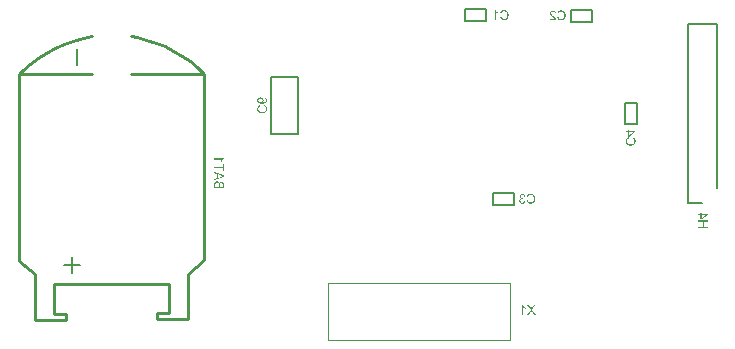
<source format=gbo>
%FSLAX24Y24*%
%MOIN*%
%SFA1B1*%

%IPPOS*%
%ADD12C,0.007874*%
%ADD13C,0.003937*%
%ADD14C,0.005000*%
%ADD15C,0.010000*%
%ADD111C,0.008000*%
%LNpeoplecounter-1*%
%LPD*%
G36*
X20398Y1452D02*
X20403Y1445D01*
X20409Y1437*
X20415Y1431*
X20420Y1425*
X20425Y1421*
X20426Y1419*
X20428Y1418*
X20428Y1418*
X20429Y1417*
X20438Y1409*
X20448Y1402*
X20457Y1395*
X20467Y1390*
X20475Y1386*
X20478Y1384*
X20481Y1382*
X20483Y1381*
X20485Y1381*
X20486Y1380*
X20486*
Y1342*
X20479Y1345*
X20472Y1348*
X20465Y1351*
X20459Y1354*
X20453Y1357*
X20449Y1359*
X20446Y1361*
X20445Y1362*
X20445*
X20437Y1367*
X20429Y1372*
X20423Y1376*
X20418Y1381*
X20413Y1384*
X20410Y1387*
X20408Y1388*
X20408Y1389*
Y1139*
X20368*
Y1460*
X20394*
X20398Y1452*
G37*
G36*
X20707Y1304D02*
X20831Y1139D01*
X20780*
X20699Y1250*
X20697Y1253*
X20695Y1256*
X20690Y1263*
X20688Y1267*
X20686Y1270*
X20684Y1272*
X20684Y1272*
X20679Y1265*
X20675Y1259*
X20673Y1256*
X20672Y1254*
X20671Y1253*
X20671Y1253*
X20590Y1139*
X20538*
X20657Y1306*
X20547Y1459*
X20593*
X20657Y1374*
X20662Y1367*
X20667Y1360*
X20671Y1354*
X20675Y1349*
X20678Y1344*
X20681Y1340*
X20682Y1339*
X20682Y1338*
X20686Y1343*
X20689Y1349*
X20694Y1356*
X20698Y1362*
X20702Y1368*
X20705Y1372*
X20706Y1374*
X20707Y1375*
X20708Y1376*
Y1376*
X20766Y1459*
X20816*
X20707Y1304*
G37*
G36*
X26353Y4503D02*
X26560D01*
Y4471*
X26353Y4324*
X26317*
Y4463*
X26240*
Y4503*
X26317*
Y4546*
X26353*
Y4503*
G37*
G36*
X26560Y4241D02*
X26429D01*
Y4075*
X26560*
Y4033*
X26240*
Y4075*
X26391*
Y4241*
X26240*
Y4283*
X26560*
Y4241*
G37*
G36*
X11661Y8383D02*
X11669Y8382D01*
X11677Y8381*
X11684Y8380*
X11691Y8377*
X11697Y8375*
X11703Y8373*
X11708Y8370*
X11712Y8367*
X11716Y8365*
X11720Y8363*
X11723Y8360*
X11725Y8359*
X11727Y8357*
X11728Y8357*
X11728Y8356*
X11733Y8351*
X11738Y8345*
X11741Y8339*
X11745Y8334*
X11748Y8328*
X11750Y8323*
X11753Y8312*
X11755Y8308*
X11756Y8303*
X11756Y8299*
X11757Y8296*
X11757Y8293*
Y8289*
X11757Y8281*
X11755Y8273*
X11754Y8265*
X11752Y8259*
X11750Y8253*
X11748Y8249*
X11747Y8247*
X11746Y8246*
Y8246*
X11742Y8238*
X11737Y8232*
X11732Y8226*
X11726Y8221*
X11722Y8217*
X11718Y8214*
X11715Y8212*
X11715Y8211*
X11723*
X11731Y8212*
X11739Y8212*
X11746Y8213*
X11752Y8214*
X11758Y8215*
X11764Y8216*
X11769Y8217*
X11774Y8218*
X11777Y8219*
X11781Y8220*
X11783Y8220*
X11785Y8221*
X11787Y8222*
X11788Y8222*
X11788*
X11797Y8227*
X11806Y8231*
X11812Y8236*
X11818Y8241*
X11822Y8245*
X11825Y8248*
X11827Y8251*
X11828Y8252*
X11831Y8257*
X11834Y8263*
X11836Y8268*
X11837Y8274*
X11838Y8278*
X11838Y8282*
Y8285*
X11837Y8293*
X11836Y8301*
X11833Y8308*
X11830Y8314*
X11827Y8318*
X11824Y8321*
X11822Y8323*
X11821Y8324*
X11817Y8327*
X11812Y8331*
X11807Y8333*
X11801Y8335*
X11796Y8337*
X11792Y8338*
X11789Y8339*
X11789Y8339*
X11788*
X11791Y8379*
X11804Y8376*
X11816Y8372*
X11826Y8367*
X11834Y8362*
X11841Y8357*
X11843Y8355*
X11846Y8353*
X11847Y8351*
X11849Y8350*
X11849Y8350*
X11850Y8349*
X11853Y8345*
X11856Y8339*
X11862Y8329*
X11866Y8319*
X11868Y8309*
X11870Y8301*
X11870Y8297*
Y8294*
X11871Y8291*
Y8287*
X11870Y8278*
X11869Y8269*
X11867Y8261*
X11865Y8253*
X11862Y8246*
X11859Y8239*
X11855Y8233*
X11852Y8228*
X11849Y8223*
X11845Y8218*
X11843Y8215*
X11840Y8212*
X11837Y8210*
X11835Y8208*
X11834Y8207*
X11834Y8206*
X11825Y8200*
X11816Y8195*
X11806Y8191*
X11795Y8187*
X11784Y8183*
X11773Y8180*
X11761Y8178*
X11751Y8176*
X11740Y8175*
X11730Y8174*
X11722Y8173*
X11714Y8173*
X11708*
X11703Y8172*
X11701*
X11700*
X11699*
X11699*
X11684Y8173*
X11670Y8174*
X11657Y8175*
X11645Y8177*
X11635Y8180*
X11625Y8182*
X11616Y8185*
X11608Y8188*
X11602Y8191*
X11596Y8193*
X11591Y8196*
X11587Y8199*
X11584Y8200*
X11582Y8202*
X11581Y8203*
X11580Y8203*
X11574Y8209*
X11568Y8216*
X11564Y8222*
X11559Y8229*
X11556Y8235*
X11553Y8242*
X11551Y8248*
X11549Y8255*
X11547Y8260*
X11546Y8266*
X11545Y8271*
X11545Y8275*
Y8278*
X11544Y8281*
Y8283*
X11545Y8294*
X11546Y8303*
X11548Y8312*
X11551Y8320*
X11553Y8326*
X11556Y8331*
X11556Y8332*
X11557Y8334*
X11557Y8334*
Y8335*
X11563Y8343*
X11570Y8350*
X11576Y8356*
X11582Y8361*
X11588Y8365*
X11593Y8368*
X11595Y8369*
X11596Y8370*
X11597Y8370*
X11597*
X11607Y8375*
X11617Y8378*
X11626Y8381*
X11635Y8382*
X11642Y8383*
X11645*
X11648Y8384*
X11650*
X11652*
X11653*
X11653*
X11661Y8383*
G37*
G36*
Y8095D02*
X11654Y8094D01*
X11647Y8091*
X11641Y8089*
X11635Y8087*
X11629Y8084*
X11625Y8081*
X11620Y8078*
X11616Y8075*
X11612Y8073*
X11609Y8070*
X11606Y8068*
X11604Y8066*
X11603Y8064*
X11601Y8063*
X11601Y8062*
X11600Y8062*
X11597Y8057*
X11594Y8052*
X11589Y8042*
X11585Y8032*
X11583Y8022*
X11581Y8014*
X11581Y8011*
Y8008*
X11580Y8005*
Y8002*
X11581Y7991*
X11582Y7981*
X11585Y7972*
X11588Y7963*
X11590Y7957*
X11592Y7954*
X11593Y7952*
X11594Y7950*
X11594Y7949*
X11595Y7948*
Y7947*
X11601Y7938*
X11608Y7931*
X11616Y7925*
X11624Y7919*
X11630Y7915*
X11636Y7913*
X11638Y7912*
X11639Y7911*
X11640Y7910*
X11641*
X11653Y7907*
X11665Y7904*
X11677Y7901*
X11688Y7900*
X11693Y7900*
X11697Y7899*
X11702*
X11705Y7899*
X11708*
X11710*
X11711*
X11712*
X11724Y7899*
X11735Y7900*
X11745Y7902*
X11754Y7904*
X11762Y7905*
X11765Y7906*
X11768Y7907*
X11770Y7907*
X11772Y7908*
X11773Y7908*
X11773*
X11784Y7913*
X11794Y7918*
X11801Y7924*
X11808Y7930*
X11814Y7935*
X11818Y7939*
X11820Y7942*
X11821Y7943*
Y7943*
X11827Y7953*
X11831Y7963*
X11835Y7974*
X11837Y7983*
X11838Y7992*
X11838Y7996*
Y7999*
X11839Y8001*
Y8005*
X11838Y8016*
X11837Y8027*
X11834Y8036*
X11831Y8044*
X11828Y8050*
X11825Y8054*
X11824Y8057*
X11823Y8058*
X11816Y8065*
X11808Y8072*
X11800Y8078*
X11791Y8083*
X11784Y8086*
X11780Y8088*
X11777Y8089*
X11775Y8089*
X11773Y8090*
X11772Y8091*
X11772*
X11782Y8132*
X11790Y8130*
X11797Y8127*
X11804Y8123*
X11811Y8120*
X11817Y8116*
X11823Y8112*
X11828Y8108*
X11833Y8105*
X11837Y8101*
X11840Y8098*
X11843Y8095*
X11846Y8092*
X11848Y8090*
X11850Y8088*
X11850Y8087*
X11850Y8087*
X11855Y8080*
X11859Y8074*
X11862Y8067*
X11865Y8060*
X11869Y8047*
X11872Y8034*
X11873Y8028*
X11874Y8023*
X11874Y8018*
X11874Y8014*
X11875Y8010*
Y8006*
X11874Y7991*
X11872Y7976*
X11869Y7963*
X11867Y7957*
X11865Y7951*
X11863Y7946*
X11862Y7942*
X11860Y7938*
X11859Y7934*
X11857Y7932*
X11856Y7930*
X11856Y7929*
X11855Y7928*
X11848Y7916*
X11838Y7905*
X11829Y7896*
X11820Y7888*
X11812Y7882*
X11808Y7880*
X11805Y7878*
X11802Y7876*
X11801Y7875*
X11799Y7875*
X11799Y7874*
X11784Y7868*
X11770Y7863*
X11755Y7860*
X11741Y7858*
X11735Y7857*
X11729Y7856*
X11725Y7856*
X11720*
X11717Y7855*
X11714*
X11712*
X11712*
X11695Y7856*
X11679Y7858*
X11665Y7860*
X11658Y7862*
X11652Y7864*
X11646Y7865*
X11641Y7867*
X11637Y7868*
X11633Y7869*
X11630Y7870*
X11628Y7871*
X11626Y7872*
X11626*
X11612Y7879*
X11600Y7887*
X11589Y7895*
X11585Y7899*
X11581Y7903*
X11577Y7907*
X11574Y7910*
X11571Y7913*
X11569Y7916*
X11567Y7918*
X11566Y7920*
X11565Y7921*
X11565Y7921*
X11561Y7928*
X11558Y7934*
X11553Y7948*
X11549Y7962*
X11547Y7975*
X11546Y7982*
X11545Y7987*
X11545Y7992*
Y7997*
X11544Y8000*
Y8005*
X11545Y8015*
X11545Y8023*
X11546Y8032*
X11548Y8040*
X11551Y8047*
X11553Y8054*
X11555Y8060*
X11558Y8066*
X11560Y8071*
X11563Y8077*
X11565Y8080*
X11567Y8084*
X11569Y8086*
X11570Y8089*
X11571Y8089*
X11571Y8090*
X11577Y8096*
X11582Y8102*
X11589Y8107*
X11595Y8112*
X11608Y8120*
X11621Y8127*
X11627Y8130*
X11633Y8132*
X11638Y8134*
X11642Y8135*
X11646Y8137*
X11649Y8138*
X11650Y8138*
X11651*
X11661Y8095*
G37*
G36*
X23942Y7260D02*
X24149D01*
Y7228*
X23942Y7081*
X23906*
Y7220*
X23830*
Y7260*
X23906*
Y7303*
X23942*
Y7260*
G37*
G36*
X23941Y7016D02*
X23934Y7014D01*
X23927Y7012*
X23921Y7010*
X23915Y7007*
X23909Y7005*
X23905Y7002*
X23900Y6999*
X23896Y6996*
X23892Y6994*
X23889Y6991*
X23886Y6988*
X23884Y6987*
X23883Y6985*
X23881Y6983*
X23881Y6983*
X23880Y6982*
X23877Y6978*
X23874Y6973*
X23869Y6963*
X23865Y6953*
X23863Y6943*
X23861Y6935*
X23861Y6932*
Y6928*
X23860Y6926*
Y6922*
X23861Y6912*
X23862Y6902*
X23865Y6892*
X23868Y6884*
X23870Y6878*
X23872Y6875*
X23873Y6872*
X23874Y6871*
X23874Y6869*
X23875Y6868*
Y6868*
X23881Y6859*
X23888Y6852*
X23896Y6845*
X23904Y6840*
X23910Y6836*
X23916Y6833*
X23918Y6832*
X23919Y6831*
X23920Y6831*
X23921*
X23933Y6827*
X23945Y6824*
X23957Y6822*
X23968Y6821*
X23973Y6820*
X23977Y6820*
X23982*
X23985Y6819*
X23988*
X23990*
X23991*
X23992*
X24004Y6820*
X24015Y6821*
X24025Y6823*
X24034Y6824*
X24042Y6826*
X24045Y6827*
X24048Y6828*
X24050Y6828*
X24052Y6829*
X24053Y6829*
X24053*
X24064Y6834*
X24074Y6839*
X24081Y6844*
X24088Y6850*
X24094Y6855*
X24098Y6860*
X24100Y6863*
X24101Y6863*
Y6864*
X24107Y6873*
X24111Y6884*
X24115Y6894*
X24117Y6904*
X24118Y6913*
X24118Y6916*
Y6920*
X24119Y6922*
Y6926*
X24118Y6937*
X24117Y6948*
X24114Y6957*
X24111Y6964*
X24108Y6970*
X24105Y6975*
X24104Y6978*
X24103Y6979*
X24096Y6986*
X24088Y6993*
X24080Y6999*
X24071Y7003*
X24064Y7007*
X24060Y7008*
X24057Y7009*
X24055Y7010*
X24053Y7011*
X24052Y7012*
X24052*
X24062Y7053*
X24070Y7050*
X24077Y7048*
X24084Y7044*
X24091Y7041*
X24097Y7037*
X24103Y7033*
X24108Y7029*
X24113Y7025*
X24117Y7022*
X24120Y7018*
X24123Y7015*
X24126Y7013*
X24128Y7011*
X24130Y7009*
X24130Y7008*
X24130Y7007*
X24135Y7001*
X24139Y6994*
X24142Y6988*
X24145Y6981*
X24149Y6967*
X24152Y6955*
X24153Y6949*
X24154Y6944*
X24154Y6939*
X24154Y6934*
X24155Y6931*
Y6927*
X24154Y6911*
X24152Y6897*
X24149Y6884*
X24147Y6878*
X24145Y6872*
X24143Y6867*
X24142Y6862*
X24140Y6859*
X24139Y6855*
X24137Y6853*
X24136Y6851*
X24136Y6849*
X24135Y6849*
X24128Y6836*
X24118Y6826*
X24109Y6817*
X24100Y6809*
X24092Y6803*
X24088Y6800*
X24085Y6799*
X24082Y6797*
X24081Y6796*
X24079Y6795*
X24079Y6795*
X24064Y6788*
X24050Y6784*
X24035Y6781*
X24021Y6778*
X24015Y6777*
X24009Y6777*
X24005Y6776*
X24000*
X23997Y6776*
X23994*
X23992*
X23992*
X23975Y6777*
X23959Y6779*
X23945Y6781*
X23938Y6783*
X23932Y6784*
X23926Y6786*
X23921Y6787*
X23917Y6789*
X23913Y6790*
X23910Y6791*
X23908Y6792*
X23906Y6793*
X23906*
X23892Y6800*
X23880Y6807*
X23869Y6816*
X23865Y6820*
X23861Y6824*
X23857Y6827*
X23854Y6831*
X23851Y6834*
X23849Y6837*
X23847Y6839*
X23846Y6841*
X23845Y6842*
X23845Y6842*
X23841Y6848*
X23838Y6855*
X23833Y6869*
X23829Y6883*
X23827Y6896*
X23826Y6903*
X23825Y6908*
X23825Y6913*
Y6917*
X23824Y6921*
Y6926*
X23825Y6935*
X23825Y6944*
X23826Y6952*
X23828Y6960*
X23831Y6968*
X23833Y6975*
X23835Y6981*
X23838Y6987*
X23840Y6992*
X23843Y6997*
X23845Y7001*
X23847Y7005*
X23849Y7007*
X23850Y7009*
X23851Y7010*
X23851Y7011*
X23857Y7017*
X23862Y7023*
X23869Y7028*
X23875Y7033*
X23888Y7041*
X23901Y7048*
X23907Y7050*
X23913Y7053*
X23918Y7055*
X23922Y7056*
X23926Y7057*
X23929Y7058*
X23930Y7059*
X23931*
X23941Y7016*
G37*
G36*
X20398Y5170D02*
X20411Y5167D01*
X20421Y5164*
X20430Y5160*
X20435Y5158*
X20438Y5156*
X20441Y5154*
X20443Y5152*
X20445Y5151*
X20447Y5150*
X20448Y5150*
X20448Y5149*
X20457Y5140*
X20464Y5131*
X20469Y5120*
X20474Y5110*
X20477Y5101*
X20478Y5098*
X20479Y5095*
X20479Y5092*
X20480Y5090*
X20480Y5089*
Y5088*
X20441Y5081*
X20439Y5091*
X20436Y5100*
X20433Y5107*
X20430Y5113*
X20427Y5118*
X20424Y5121*
X20422Y5124*
X20422Y5124*
X20416Y5129*
X20409Y5132*
X20403Y5135*
X20397Y5137*
X20392Y5137*
X20387Y5138*
X20384*
X20375Y5138*
X20368Y5136*
X20362Y5134*
X20356Y5131*
X20352Y5129*
X20349Y5126*
X20346Y5125*
X20346Y5124*
X20341Y5119*
X20337Y5113*
X20335Y5107*
X20333Y5101*
X20332Y5096*
X20331Y5092*
Y5089*
Y5089*
Y5089*
Y5083*
X20332Y5079*
X20334Y5071*
X20338Y5064*
X20341Y5058*
X20345Y5054*
X20348Y5051*
X20351Y5049*
X20351Y5048*
X20351*
X20359Y5044*
X20367Y5041*
X20375Y5039*
X20382Y5037*
X20387Y5036*
X20393Y5035*
X20399*
X20400Y5036*
X20403*
X20407Y5001*
X20401Y5003*
X20396Y5003*
X20391Y5004*
X20387Y5005*
X20384Y5005*
X20380*
X20370Y5004*
X20361Y5003*
X20353Y5000*
X20347Y4997*
X20342Y4993*
X20338Y4991*
X20336Y4989*
X20335Y4988*
X20329Y4981*
X20324Y4973*
X20321Y4966*
X20319Y4959*
X20318Y4953*
X20317Y4948*
X20317Y4946*
Y4944*
Y4943*
Y4943*
X20318Y4933*
X20320Y4924*
X20323Y4916*
X20327Y4909*
X20330Y4903*
X20333Y4899*
X20335Y4896*
X20336Y4895*
X20344Y4889*
X20351Y4884*
X20359Y4881*
X20367Y4879*
X20373Y4877*
X20378Y4877*
X20380Y4876*
X20383*
X20391Y4877*
X20399Y4879*
X20406Y4881*
X20412Y4884*
X20416Y4886*
X20420Y4888*
X20422Y4890*
X20423Y4891*
X20428Y4897*
X20433Y4905*
X20437Y4912*
X20440Y4921*
X20442Y4928*
X20443Y4931*
X20444Y4934*
X20444Y4936*
X20445Y4938*
X20445Y4939*
Y4939*
X20485Y4934*
X20484Y4927*
X20482Y4920*
X20478Y4907*
X20473Y4896*
X20470Y4891*
X20467Y4887*
X20465Y4882*
X20462Y4879*
X20460Y4876*
X20457Y4874*
X20456Y4872*
X20455Y4870*
X20454Y4870*
X20453Y4869*
X20448Y4865*
X20442Y4861*
X20436Y4857*
X20430Y4855*
X20419Y4850*
X20408Y4847*
X20403Y4846*
X20398Y4845*
X20394Y4845*
X20390Y4845*
X20387Y4844*
X20383*
X20375Y4845*
X20367Y4845*
X20359Y4847*
X20351Y4849*
X20345Y4851*
X20339Y4853*
X20333Y4856*
X20327Y4859*
X20322Y4861*
X20318Y4864*
X20315Y4866*
X20312Y4869*
X20309Y4870*
X20308Y4872*
X20307Y4873*
X20306Y4873*
X20301Y4879*
X20296Y4885*
X20292Y4891*
X20288Y4897*
X20285Y4902*
X20283Y4908*
X20279Y4919*
X20278Y4925*
X20277Y4929*
X20276Y4933*
X20276Y4937*
X20275Y4940*
Y4942*
Y4943*
Y4944*
X20276Y4955*
X20278Y4965*
X20280Y4974*
X20283Y4981*
X20286Y4987*
X20289Y4992*
X20290Y4995*
X20291Y4996*
X20297Y5003*
X20304Y5009*
X20312Y5013*
X20319Y5017*
X20326Y5020*
X20331Y5022*
X20333Y5022*
X20334Y5022*
X20335Y5023*
X20335*
X20327Y5027*
X20321Y5031*
X20315Y5036*
X20311Y5040*
X20307Y5044*
X20304Y5047*
X20303Y5049*
X20302Y5050*
X20299Y5056*
X20296Y5063*
X20294Y5069*
X20292Y5075*
X20291Y5080*
X20291Y5084*
Y5087*
Y5088*
X20291Y5095*
X20293Y5103*
X20295Y5110*
X20297Y5116*
X20299Y5121*
X20301Y5125*
X20302Y5128*
X20303Y5129*
X20308Y5136*
X20313Y5142*
X20319Y5147*
X20324Y5151*
X20329Y5155*
X20333Y5157*
X20336Y5159*
X20336Y5159*
X20337*
X20345Y5163*
X20353Y5166*
X20362Y5168*
X20369Y5169*
X20375Y5170*
X20380Y5171*
X20392*
X20398Y5170*
G37*
G36*
X20668Y5174D02*
X20683Y5172D01*
X20696Y5169*
X20702Y5167*
X20708Y5165*
X20713Y5163*
X20717Y5162*
X20721Y5160*
X20725Y5159*
X20727Y5157*
X20729Y5156*
X20730Y5156*
X20731Y5155*
X20743Y5148*
X20754Y5138*
X20763Y5129*
X20771Y5120*
X20777Y5112*
X20779Y5108*
X20781Y5105*
X20783Y5102*
X20784Y5101*
X20784Y5099*
X20785Y5099*
X20791Y5084*
X20796Y5070*
X20799Y5055*
X20801Y5041*
X20802Y5035*
X20803Y5029*
X20803Y5025*
Y5020*
X20804Y5017*
Y5014*
Y5012*
Y5012*
X20803Y4995*
X20801Y4979*
X20799Y4965*
X20797Y4958*
X20795Y4952*
X20794Y4946*
X20792Y4941*
X20791Y4937*
X20790Y4933*
X20789Y4930*
X20788Y4928*
X20787Y4926*
Y4926*
X20780Y4912*
X20772Y4900*
X20764Y4889*
X20760Y4885*
X20756Y4881*
X20752Y4877*
X20749Y4874*
X20746Y4871*
X20743Y4869*
X20741Y4867*
X20739Y4866*
X20738Y4865*
X20738Y4865*
X20731Y4861*
X20725Y4858*
X20711Y4853*
X20697Y4849*
X20684Y4847*
X20677Y4846*
X20672Y4845*
X20667Y4845*
X20662*
X20659Y4844*
X20654*
X20644Y4845*
X20636Y4845*
X20627Y4846*
X20619Y4848*
X20612Y4851*
X20605Y4853*
X20599Y4855*
X20593Y4858*
X20588Y4860*
X20582Y4863*
X20579Y4865*
X20575Y4867*
X20573Y4869*
X20570Y4870*
X20570Y4871*
X20569Y4871*
X20563Y4877*
X20557Y4882*
X20552Y4889*
X20547Y4895*
X20539Y4908*
X20532Y4921*
X20529Y4927*
X20527Y4933*
X20525Y4938*
X20524Y4942*
X20522Y4946*
X20521Y4949*
X20521Y4950*
Y4951*
X20564Y4961*
X20565Y4954*
X20568Y4947*
X20570Y4941*
X20572Y4935*
X20575Y4929*
X20578Y4925*
X20581Y4920*
X20584Y4916*
X20586Y4912*
X20589Y4909*
X20591Y4906*
X20593Y4904*
X20595Y4903*
X20596Y4901*
X20597Y4901*
X20597Y4900*
X20602Y4897*
X20607Y4894*
X20617Y4889*
X20627Y4885*
X20637Y4883*
X20645Y4881*
X20648Y4881*
X20651*
X20654Y4880*
X20657*
X20668Y4881*
X20678Y4882*
X20687Y4885*
X20696Y4888*
X20702Y4890*
X20705Y4892*
X20707Y4893*
X20709Y4894*
X20710Y4894*
X20711Y4895*
X20712*
X20721Y4901*
X20728Y4908*
X20734Y4916*
X20740Y4924*
X20744Y4930*
X20746Y4936*
X20747Y4938*
X20748Y4939*
X20749Y4940*
Y4941*
X20752Y4953*
X20755Y4965*
X20758Y4977*
X20759Y4988*
X20759Y4993*
X20760Y4997*
Y5002*
X20760Y5005*
Y5008*
Y5010*
Y5011*
Y5012*
X20760Y5024*
X20759Y5035*
X20757Y5045*
X20755Y5054*
X20754Y5062*
X20753Y5065*
X20752Y5068*
X20752Y5070*
X20751Y5072*
X20751Y5073*
Y5073*
X20746Y5084*
X20741Y5094*
X20735Y5101*
X20729Y5108*
X20724Y5114*
X20720Y5118*
X20717Y5120*
X20716Y5121*
X20716*
X20706Y5127*
X20696Y5131*
X20685Y5135*
X20676Y5137*
X20667Y5138*
X20663Y5138*
X20660*
X20658Y5139*
X20654*
X20643Y5138*
X20632Y5137*
X20623Y5134*
X20615Y5131*
X20609Y5128*
X20605Y5125*
X20602Y5124*
X20601Y5123*
X20594Y5116*
X20587Y5108*
X20581Y5100*
X20576Y5091*
X20573Y5084*
X20571Y5080*
X20570Y5077*
X20570Y5075*
X20569Y5073*
X20568Y5072*
Y5072*
X20527Y5082*
X20529Y5090*
X20532Y5097*
X20536Y5104*
X20539Y5111*
X20543Y5117*
X20547Y5123*
X20551Y5128*
X20554Y5133*
X20558Y5137*
X20561Y5140*
X20564Y5143*
X20567Y5146*
X20569Y5148*
X20571Y5150*
X20572Y5150*
X20572Y5150*
X20579Y5155*
X20585Y5159*
X20592Y5162*
X20599Y5165*
X20612Y5169*
X20625Y5172*
X20631Y5173*
X20636Y5174*
X20641Y5174*
X20645Y5174*
X20649Y5175*
X20653*
X20668Y5174*
G37*
G36*
X21406Y11280D02*
X21414Y11280D01*
X21421Y11278*
X21428Y11277*
X21435Y11275*
X21441Y11273*
X21446Y11271*
X21451Y11269*
X21456Y11266*
X21459Y11264*
X21463Y11262*
X21465Y11260*
X21468Y11259*
X21469Y11258*
X21470Y11257*
X21471Y11257*
X21475Y11252*
X21479Y11247*
X21484Y11241*
X21487Y11236*
X21492Y11225*
X21496Y11214*
X21497Y11209*
X21499Y11204*
X21500Y11199*
X21501Y11196*
X21501Y11192*
Y11190*
X21502Y11189*
Y11188*
X21461Y11184*
X21460Y11195*
X21459Y11204*
X21456Y11212*
X21453Y11219*
X21450Y11224*
X21447Y11228*
X21445Y11230*
X21444Y11231*
X21437Y11237*
X21430Y11241*
X21422Y11244*
X21415Y11246*
X21409Y11247*
X21403Y11248*
X21401Y11248*
X21398*
X21389Y11248*
X21380Y11246*
X21373Y11243*
X21366Y11241*
X21361Y11237*
X21358Y11235*
X21356Y11233*
X21355Y11232*
X21349Y11226*
X21345Y11219*
X21342Y11213*
X21340Y11206*
X21338Y11201*
X21338Y11197*
X21337Y11194*
Y11193*
Y11193*
X21338Y11185*
X21340Y11176*
X21344Y11168*
X21347Y11161*
X21350Y11155*
X21354Y11150*
X21355Y11148*
X21356Y11146*
X21356Y11146*
Y11145*
X21360Y11140*
X21365Y11135*
X21370Y11130*
X21375Y11124*
X21387Y11113*
X21398Y11102*
X21405Y11097*
X21410Y11092*
X21415Y11088*
X21419Y11084*
X21422Y11082*
X21425Y11079*
X21427Y11078*
X21427Y11077*
X21439Y11068*
X21449Y11059*
X21458Y11050*
X21465Y11043*
X21471Y11037*
X21475Y11033*
X21477Y11030*
X21478Y11030*
Y11029*
X21485Y11022*
X21490Y11014*
X21495Y11007*
X21498Y11000*
X21501Y10995*
X21503Y10991*
X21504Y10988*
X21504Y10987*
Y10987*
X21506Y10982*
X21507Y10977*
X21508Y10973*
X21508Y10968*
X21509Y10965*
Y10962*
Y10960*
Y10960*
X21297*
Y10998*
X21454*
X21449Y11005*
X21446Y11009*
X21444Y11012*
X21441Y11015*
X21440Y11016*
X21438Y11018*
X21438Y11018*
X21435Y11021*
X21433Y11023*
X21426Y11029*
X21419Y11036*
X21411Y11043*
X21404Y11049*
X21400Y11052*
X21398Y11054*
X21395Y11056*
X21393Y11058*
X21392Y11059*
X21392Y11059*
X21385Y11065*
X21377Y11071*
X21371Y11077*
X21365Y11083*
X21359Y11088*
X21355Y11092*
X21350Y11096*
X21346Y11100*
X21343Y11104*
X21340Y11107*
X21337Y11109*
X21335Y11111*
X21333Y11114*
X21332Y11115*
X21325Y11123*
X21320Y11130*
X21315Y11137*
X21312Y11142*
X21309Y11147*
X21307Y11151*
X21306Y11153*
X21306Y11154*
X21303Y11161*
X21301Y11168*
X21299Y11174*
X21298Y11180*
X21298Y11185*
X21297Y11189*
Y11191*
Y11192*
X21298Y11199*
X21299Y11205*
X21300Y11212*
X21301Y11217*
X21306Y11229*
X21311Y11237*
X21313Y11241*
X21316Y11245*
X21318Y11248*
X21320Y11250*
X21322Y11252*
X21323Y11254*
X21324Y11254*
X21325Y11255*
X21330Y11260*
X21335Y11264*
X21341Y11267*
X21347Y11270*
X21359Y11274*
X21371Y11277*
X21376Y11278*
X21381Y11279*
X21386Y11280*
X21390Y11280*
X21393Y11281*
X21398*
X21406Y11280*
G37*
G36*
X21687Y11284D02*
X21702Y11282D01*
X21715Y11279*
X21721Y11277*
X21726Y11275*
X21731Y11273*
X21736Y11272*
X21739Y11270*
X21743Y11269*
X21745Y11267*
X21747Y11266*
X21749Y11266*
X21749Y11265*
X21762Y11258*
X21772Y11248*
X21781Y11239*
X21789Y11230*
X21795Y11222*
X21798Y11218*
X21800Y11215*
X21801Y11212*
X21802Y11211*
X21803Y11209*
X21803Y11209*
X21810Y11194*
X21814Y11180*
X21818Y11165*
X21820Y11151*
X21821Y11145*
X21821Y11139*
X21822Y11135*
Y11130*
X21822Y11127*
Y11124*
Y11122*
Y11122*
X21821Y11105*
X21819Y11089*
X21817Y11075*
X21815Y11068*
X21814Y11062*
X21812Y11056*
X21811Y11051*
X21809Y11047*
X21808Y11043*
X21807Y11040*
X21806Y11038*
X21806Y11036*
Y11036*
X21799Y11022*
X21791Y11010*
X21782Y10999*
X21778Y10995*
X21775Y10991*
X21771Y10987*
X21767Y10984*
X21764Y10981*
X21761Y10979*
X21759Y10977*
X21757Y10976*
X21757Y10975*
X21756Y10975*
X21750Y10971*
X21743Y10968*
X21729Y10963*
X21715Y10959*
X21702Y10957*
X21696Y10956*
X21690Y10955*
X21685Y10955*
X21681*
X21677Y10954*
X21672*
X21663Y10955*
X21654Y10955*
X21646Y10956*
X21638Y10958*
X21630Y10961*
X21623Y10963*
X21617Y10965*
X21611Y10968*
X21606Y10970*
X21601Y10973*
X21597Y10975*
X21593Y10977*
X21591Y10979*
X21589Y10980*
X21588Y10981*
X21587Y10981*
X21581Y10987*
X21575Y10992*
X21570Y10999*
X21565Y11005*
X21557Y11018*
X21550Y11031*
X21548Y11037*
X21545Y11043*
X21544Y11048*
X21542Y11052*
X21541Y11056*
X21540Y11059*
X21539Y11060*
Y11061*
X21582Y11071*
X21584Y11064*
X21586Y11057*
X21588Y11051*
X21591Y11045*
X21593Y11039*
X21596Y11035*
X21599Y11030*
X21602Y11026*
X21605Y11022*
X21607Y11019*
X21610Y11016*
X21611Y11014*
X21613Y11013*
X21615Y11011*
X21615Y11011*
X21616Y11010*
X21620Y11007*
X21625Y11004*
X21635Y10999*
X21645Y10995*
X21655Y10993*
X21663Y10991*
X21666Y10991*
X21670*
X21672Y10990*
X21676*
X21686Y10991*
X21696Y10992*
X21706Y10995*
X21714Y10998*
X21721Y11000*
X21723Y11002*
X21726Y11003*
X21727Y11004*
X21729Y11004*
X21730Y11005*
X21730*
X21739Y11011*
X21746Y11018*
X21753Y11026*
X21758Y11034*
X21762Y11040*
X21765Y11046*
X21766Y11048*
X21767Y11049*
X21767Y11050*
Y11051*
X21771Y11063*
X21774Y11075*
X21776Y11087*
X21777Y11098*
X21778Y11103*
X21778Y11107*
Y11112*
X21779Y11115*
Y11118*
Y11120*
Y11121*
Y11122*
X21778Y11134*
X21777Y11145*
X21775Y11155*
X21774Y11164*
X21772Y11172*
X21771Y11175*
X21770Y11178*
X21770Y11180*
X21769Y11182*
X21769Y11183*
Y11183*
X21764Y11194*
X21759Y11204*
X21754Y11211*
X21748Y11218*
X21743Y11224*
X21739Y11228*
X21735Y11230*
X21735Y11231*
X21734*
X21725Y11237*
X21714Y11241*
X21704Y11245*
X21694Y11247*
X21685Y11248*
X21682Y11248*
X21678*
X21676Y11249*
X21672*
X21661Y11248*
X21650Y11247*
X21642Y11244*
X21634Y11241*
X21628Y11238*
X21623Y11235*
X21620Y11234*
X21619Y11233*
X21612Y11226*
X21605Y11218*
X21599Y11210*
X21595Y11201*
X21591Y11194*
X21590Y11190*
X21589Y11187*
X21588Y11185*
X21587Y11183*
X21587Y11182*
Y11182*
X21545Y11192*
X21548Y11200*
X21550Y11207*
X21554Y11214*
X21557Y11221*
X21561Y11227*
X21565Y11233*
X21569Y11238*
X21573Y11243*
X21576Y11247*
X21580Y11250*
X21583Y11253*
X21585Y11256*
X21587Y11258*
X21589Y11260*
X21590Y11260*
X21591Y11260*
X21597Y11265*
X21604Y11269*
X21610Y11272*
X21617Y11275*
X21631Y11279*
X21643Y11282*
X21649Y11283*
X21654Y11284*
X21660Y11284*
X21664Y11284*
X21667Y11285*
X21672*
X21687Y11284*
G37*
G36*
X19486Y11283D02*
X19491Y11275D01*
X19497Y11268*
X19503Y11262*
X19508Y11256*
X19513Y11251*
X19514Y11250*
X19516Y11249*
X19516Y11248*
X19517Y11248*
X19526Y11240*
X19536Y11233*
X19545Y11226*
X19555Y11221*
X19562Y11216*
X19566Y11215*
X19568Y11213*
X19571Y11212*
X19573Y11211*
X19574Y11210*
X19574*
Y11172*
X19567Y11175*
X19560Y11178*
X19553Y11182*
X19547Y11185*
X19541Y11188*
X19537Y11190*
X19534Y11192*
X19533Y11192*
X19533*
X19525Y11197*
X19517Y11202*
X19511Y11207*
X19506Y11211*
X19501Y11215*
X19498Y11217*
X19496Y11219*
X19495Y11220*
Y10970*
X19456*
Y11291*
X19482*
X19486Y11283*
G37*
G36*
X19787Y11294D02*
X19802Y11292D01*
X19815Y11289*
X19821Y11287*
X19827Y11285*
X19832Y11283*
X19836Y11282*
X19840Y11280*
X19844Y11279*
X19846Y11277*
X19848Y11276*
X19849Y11276*
X19850Y11275*
X19862Y11268*
X19873Y11258*
X19882Y11249*
X19890Y11240*
X19896Y11232*
X19898Y11228*
X19900Y11225*
X19902Y11222*
X19903Y11221*
X19903Y11219*
X19904Y11219*
X19910Y11204*
X19915Y11190*
X19918Y11175*
X19920Y11161*
X19921Y11155*
X19922Y11149*
X19922Y11145*
Y11140*
X19923Y11137*
Y11134*
Y11132*
Y11132*
X19922Y11115*
X19920Y11099*
X19918Y11085*
X19916Y11078*
X19915Y11072*
X19913Y11066*
X19911Y11061*
X19910Y11057*
X19909Y11053*
X19908Y11050*
X19907Y11048*
X19906Y11046*
Y11046*
X19899Y11032*
X19891Y11020*
X19883Y11009*
X19879Y11005*
X19875Y11001*
X19872Y10997*
X19868Y10994*
X19865Y10991*
X19862Y10989*
X19860Y10987*
X19858Y10986*
X19857Y10985*
X19857Y10985*
X19850Y10981*
X19844Y10978*
X19830Y10973*
X19816Y10969*
X19803Y10967*
X19796Y10966*
X19791Y10965*
X19786Y10965*
X19781*
X19778Y10964*
X19773*
X19763Y10965*
X19755Y10965*
X19746Y10966*
X19738Y10968*
X19731Y10971*
X19724Y10973*
X19718Y10975*
X19712Y10978*
X19707Y10980*
X19702Y10983*
X19698Y10985*
X19694Y10987*
X19692Y10989*
X19690Y10990*
X19689Y10991*
X19688Y10991*
X19682Y10997*
X19676Y11002*
X19671Y11009*
X19666Y11015*
X19658Y11028*
X19651Y11041*
X19648Y11047*
X19646Y11053*
X19644Y11058*
X19643Y11062*
X19641Y11066*
X19641Y11069*
X19640Y11070*
Y11071*
X19683Y11081*
X19684Y11074*
X19687Y11067*
X19689Y11061*
X19691Y11055*
X19694Y11049*
X19697Y11045*
X19700Y11040*
X19703Y11036*
X19705Y11032*
X19708Y11029*
X19710Y11026*
X19712Y11024*
X19714Y11023*
X19715Y11021*
X19716Y11021*
X19716Y11020*
X19721Y11017*
X19726Y11014*
X19736Y11009*
X19746Y11005*
X19756Y11003*
X19764Y11001*
X19767Y11001*
X19770*
X19773Y11000*
X19776*
X19787Y11001*
X19797Y11002*
X19806Y11005*
X19815Y11008*
X19821Y11010*
X19824Y11012*
X19826Y11013*
X19828Y11014*
X19830Y11014*
X19830Y11015*
X19831*
X19840Y11021*
X19847Y11028*
X19854Y11036*
X19859Y11044*
X19863Y11050*
X19866Y11056*
X19866Y11058*
X19867Y11059*
X19868Y11060*
Y11061*
X19872Y11073*
X19874Y11085*
X19877Y11097*
X19878Y11108*
X19878Y11113*
X19879Y11117*
Y11122*
X19879Y11125*
Y11128*
Y11130*
Y11131*
Y11132*
X19879Y11144*
X19878Y11155*
X19876Y11165*
X19874Y11174*
X19873Y11182*
X19872Y11185*
X19871Y11188*
X19871Y11190*
X19870Y11192*
X19870Y11193*
Y11193*
X19865Y11204*
X19860Y11214*
X19854Y11221*
X19848Y11228*
X19843Y11234*
X19839Y11238*
X19836Y11240*
X19835Y11241*
X19835*
X19825Y11247*
X19815Y11251*
X19805Y11255*
X19795Y11257*
X19786Y11258*
X19782Y11258*
X19779*
X19777Y11259*
X19773*
X19762Y11258*
X19751Y11257*
X19742Y11254*
X19734Y11251*
X19728Y11248*
X19724Y11245*
X19721Y11244*
X19720Y11243*
X19713Y11236*
X19706Y11228*
X19700Y11220*
X19696Y11211*
X19692Y11204*
X19690Y11200*
X19690Y11197*
X19689Y11195*
X19688Y11193*
X19687Y11192*
Y11192*
X19646Y11202*
X19648Y11210*
X19651Y11217*
X19655Y11224*
X19658Y11231*
X19662Y11237*
X19666Y11243*
X19670Y11248*
X19673Y11253*
X19677Y11257*
X19680Y11260*
X19683Y11263*
X19686Y11266*
X19688Y11268*
X19690Y11270*
X19691Y11270*
X19691Y11270*
X19698Y11275*
X19704Y11279*
X19711Y11282*
X19718Y11285*
X19732Y11289*
X19744Y11292*
X19750Y11293*
X19755Y11294*
X19760Y11294*
X19764Y11294*
X19768Y11295*
X19772*
X19787Y11294*
G37*
G36*
X10433Y6327D02*
X10425Y6323D01*
X10418Y6317*
X10410Y6311*
X10404Y6306*
X10398Y6300*
X10394Y6296*
X10392Y6294*
X10391Y6293*
X10390Y6293*
X10390Y6292*
X10382Y6282*
X10375Y6273*
X10368Y6263*
X10363Y6254*
X10359Y6246*
X10357Y6243*
X10355Y6240*
X10354Y6238*
X10353Y6236*
X10353Y6235*
Y6235*
X10315*
X10317Y6242*
X10321Y6249*
X10324Y6256*
X10327Y6262*
X10330Y6268*
X10332Y6272*
X10334Y6275*
X10335Y6275*
Y6276*
X10340Y6284*
X10345Y6292*
X10349Y6298*
X10353Y6303*
X10357Y6308*
X10360Y6311*
X10361Y6313*
X10362Y6313*
X10112*
Y6353*
X10433*
Y6327*
G37*
G36*
X10432Y5924D02*
X10394D01*
Y6029*
X10112*
Y6072*
X10394*
Y6177*
X10432*
Y5924*
G37*
G36*
Y5783D02*
Y5737D01*
X10112Y5615*
Y5660*
X10209Y5694*
Y5828*
X10112Y5866*
Y5914*
X10432Y5783*
G37*
G36*
X10215Y5591D02*
X10224Y5589D01*
X10232Y5587*
X10239Y5584*
X10245Y5581*
X10249Y5578*
X10252Y5576*
X10253Y5576*
X10260Y5570*
X10266Y5563*
X10271Y5555*
X10275Y5548*
X10279Y5541*
X10280Y5536*
X10281Y5534*
X10282Y5533*
X10282Y5532*
Y5531*
X10287Y5539*
X10292Y5546*
X10297Y5551*
X10301Y5556*
X10305Y5560*
X10309Y5563*
X10311Y5564*
X10311Y5564*
X10318Y5568*
X10325Y5571*
X10331Y5573*
X10337Y5575*
X10342Y5575*
X10347Y5576*
X10349*
X10350*
X10358Y5575*
X10366Y5574*
X10372Y5572*
X10379Y5570*
X10384Y5567*
X10388Y5565*
X10391Y5563*
X10392Y5563*
X10399Y5558*
X10405Y5552*
X10410Y5546*
X10414Y5541*
X10418Y5536*
X10420Y5532*
X10421Y5529*
X10422Y5529*
Y5528*
X10425Y5520*
X10427Y5510*
X10429Y5500*
X10430Y5491*
X10431Y5483*
Y5479*
X10432Y5476*
Y5350*
X10112*
Y5472*
X10112Y5483*
X10113Y5493*
X10114Y5502*
X10115Y5509*
X10116Y5515*
X10116Y5520*
X10117Y5522*
Y5523*
X10119Y5531*
X10122Y5538*
X10124Y5544*
X10127Y5549*
X10129Y5553*
X10131Y5556*
X10132Y5558*
X10133Y5558*
X10137Y5563*
X10142Y5568*
X10147Y5572*
X10152Y5575*
X10156Y5578*
X10159Y5580*
X10162Y5582*
X10163Y5582*
X10170Y5585*
X10177Y5587*
X10184Y5589*
X10191Y5590*
X10196Y5591*
X10201Y5592*
X10204*
X10204*
X10205*
X10215Y5591*
G37*
%LNpeoplecounter-2*%
%LPC*%
G36*
X26496Y4463D02*
X26353D01*
Y4363*
X26496Y4463*
G37*
G36*
X11654Y8344D02*
X11652D01*
X11651*
X11651*
X11638Y8343*
X11628Y8341*
X11618Y8338*
X11611Y8335*
X11605Y8331*
X11600Y8328*
X11597Y8326*
X11597Y8326*
X11596*
X11593Y8322*
X11590Y8319*
X11585Y8311*
X11582Y8304*
X11579Y8297*
X11577Y8291*
X11577Y8287*
X11576Y8285*
Y8283*
X11577Y8276*
X11578Y8270*
X11580Y8265*
X11582Y8260*
X11583Y8256*
X11585Y8253*
X11586Y8251*
X11586Y8250*
X11590Y8244*
X11594Y8240*
X11600Y8235*
X11604Y8232*
X11608Y8229*
X11611Y8228*
X11613Y8226*
X11614Y8226*
X11621Y8223*
X11628Y8221*
X11635Y8219*
X11641Y8218*
X11646Y8218*
X11650Y8217*
X11652*
X11653*
X11664Y8218*
X11674Y8220*
X11683Y8223*
X11690Y8227*
X11696Y8230*
X11700Y8233*
X11702Y8235*
X11703Y8236*
X11710Y8243*
X11714Y8251*
X11718Y8259*
X11720Y8265*
X11722Y8272*
X11722Y8277*
X11722Y8278*
Y8281*
X11722Y8291*
X11719Y8300*
X11716Y8307*
X11713Y8314*
X11709Y8319*
X11706Y8322*
X11704Y8325*
X11703Y8326*
X11695Y8332*
X11687Y8336*
X11678Y8339*
X11670Y8341*
X11662Y8343*
X11659Y8343*
X11656*
X11654Y8344*
G37*
G36*
X24086Y7220D02*
X23942D01*
Y7120*
X24086Y7220*
G37*
G36*
X10244Y5815D02*
Y5707D01*
X10337Y5741*
X10348Y5746*
X10360Y5749*
X10370Y5752*
X10379Y5754*
X10387Y5756*
X10390Y5757*
X10393Y5758*
X10395Y5758*
X10397*
X10398Y5759*
X10398*
X10388Y5762*
X10377Y5766*
X10366Y5770*
X10355Y5773*
X10350Y5775*
X10346Y5776*
X10341Y5778*
X10338Y5779*
X10335Y5780*
X10333Y5781*
X10332Y5782*
X10331*
X10244Y5815*
G37*
G36*
X10347Y5534D02*
X10346D01*
X10345*
X10339Y5534*
X10333Y5533*
X10329Y5532*
X10325Y5530*
X10322Y5529*
X10319Y5527*
X10317Y5527*
X10317Y5526*
X10313Y5523*
X10310Y5519*
X10307Y5515*
X10305Y5511*
X10303Y5507*
X10302Y5504*
X10301Y5502*
X10301Y5502*
X10300Y5497*
X10299Y5490*
X10299Y5484*
X10298Y5477*
X10298Y5471*
Y5393*
X10394*
Y5468*
X10393Y5478*
X10392Y5486*
X10391Y5493*
X10390Y5498*
X10390Y5502*
X10389Y5504*
Y5504*
X10387Y5509*
X10384Y5514*
X10382Y5518*
X10379Y5521*
X10377Y5523*
X10374Y5525*
X10373Y5526*
X10372Y5527*
X10368Y5529*
X10363Y5531*
X10359Y5533*
X10354Y5533*
X10350Y5534*
X10347Y5534*
G37*
G36*
X10207Y5548D02*
X10206D01*
X10205*
X10199Y5548*
X10194Y5547*
X10189Y5546*
X10185Y5545*
X10182Y5544*
X10179Y5543*
X10178Y5542*
X10177Y5542*
X10173Y5539*
X10170Y5537*
X10167Y5533*
X10164Y5531*
X10162Y5529*
X10161Y5527*
X10160Y5526*
X10159Y5525*
X10156Y5517*
X10153Y5509*
X10152Y5506*
X10152Y5503*
X10151Y5502*
Y5501*
X10151Y5497*
X10150Y5493*
X10150Y5484*
Y5393*
X10260*
Y5477*
X10259Y5486*
X10258Y5494*
X10257Y5501*
X10256Y5506*
X10255Y5510*
X10255Y5512*
X10254Y5513*
X10252Y5519*
X10249Y5524*
X10246Y5528*
X10243Y5532*
X10240Y5535*
X10238Y5537*
X10236Y5538*
X10235Y5539*
X10230Y5542*
X10225Y5544*
X10220Y5546*
X10215Y5547*
X10211Y5548*
X10207Y5548*
G37*
%LNpeoplecounter-3*%
%LPD*%
G54D12*
X26852Y5374D02*
Y10824D01*
X25903D02*
X26852D01*
X25903Y4874D02*
Y10824D01*
Y4874D02*
X26377D01*
G54D13*
X13890Y295D02*
X16930D01*
X13890D02*
Y2184D01*
X16930*
X19970*
Y295D02*
Y2184D01*
X16930Y295D02*
X19970D01*
G54D14*
X12010Y7160D02*
Y9060D01*
Y7160D02*
X12910D01*
Y9060*
X12010D02*
X12910D01*
X23800Y7490D02*
X24200D01*
X23800Y8190D02*
X24200D01*
Y7490D02*
Y8190D01*
X23800Y7490D02*
Y8190D01*
X19410Y4810D02*
Y5210D01*
X20110Y4810D02*
Y5210D01*
X19410Y4810D02*
X20110D01*
X19410Y5210D02*
X20110D01*
X22710Y10910D02*
Y11310D01*
X22010Y10910D02*
Y11310D01*
X22710*
X22010Y10910D02*
X22710D01*
X18470Y10930D02*
Y11330D01*
X19170Y10930D02*
Y11330D01*
X18470Y10930D02*
X19170D01*
X18470Y11330D02*
X19170D01*
G54D15*
X9783Y9179D02*
D01*
X9544Y9397*
X9290Y9597*
X9023Y9779*
X8744Y9942*
X8454Y10085*
X8155Y10208*
X7848Y10310*
X7534Y10389*
X7348Y10426*
X6043Y10439D02*
D01*
X5724Y10369*
X5410Y10278*
X5103Y10165*
X4805Y10031*
X4517Y9876*
X4240Y9702*
X3977Y9508*
X3727Y9297*
X3602Y9179*
X7335D02*
X9783D01*
X3602D02*
X6050D01*
X4783Y2172D02*
X8602D01*
Y1187D02*
Y2172D01*
X4783Y1173D02*
X5177D01*
X8208Y1187D02*
X8602D01*
X8208Y990D02*
Y1187D01*
X4783Y1173D02*
Y2157D01*
X5177Y976D02*
Y1173D01*
X4133Y976D02*
X5177D01*
X8208Y990D02*
X9251D01*
Y2513D02*
X9783Y2966D01*
X3602Y2929D02*
X4133Y2511D01*
X9251Y990D02*
Y2513D01*
X4133Y976D02*
Y2511D01*
X9783Y2966D02*
Y9179D01*
X3602Y2929D02*
Y9179D01*
G54D111*
X5547Y10014D02*
Y9481D01*
X5380Y3051D02*
Y2518D01*
X5114Y2784D02*
X5647D01*
M02*
</source>
